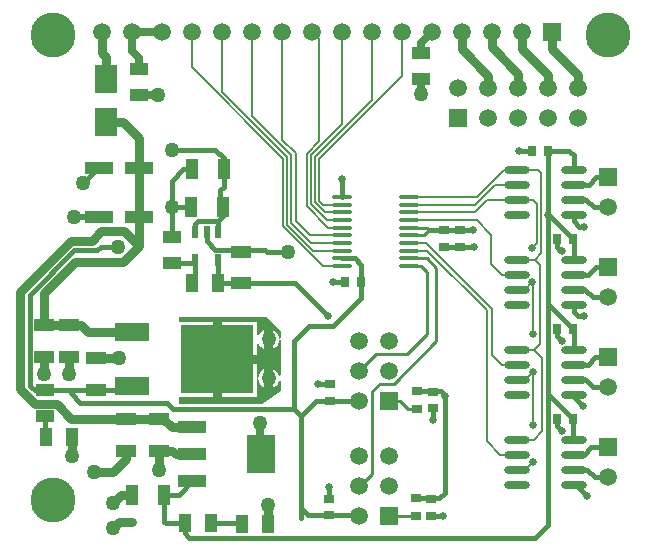
<source format=gtl>
%FSLAX25Y25*%
%MOIN*%
G70*
G01*
G75*
G04 Layer_Physical_Order=1*
G04 Layer_Color=255*
%ADD10O,0.06693X0.01378*%
%ADD11R,0.03543X0.03150*%
%ADD12R,0.07284X0.09252*%
%ADD13R,0.03543X0.02756*%
%ADD14R,0.09449X0.03937*%
%ADD15R,0.05906X0.03937*%
%ADD16O,0.08661X0.02362*%
%ADD17R,0.03150X0.03543*%
%ADD18R,0.09449X0.12992*%
%ADD19R,0.09449X0.03937*%
%ADD20R,0.03937X0.05906*%
%ADD21R,0.06693X0.04331*%
%ADD22R,0.04331X0.06693*%
%ADD23R,0.24410X0.22835*%
%ADD24R,0.11811X0.06299*%
%ADD25R,0.02362X0.04331*%
%ADD26C,0.03000*%
%ADD27C,0.01500*%
%ADD28C,0.00800*%
%ADD29C,0.01000*%
%ADD30C,0.02500*%
%ADD31C,0.02000*%
%ADD32C,0.15000*%
%ADD33C,0.05906*%
%ADD34R,0.05906X0.05906*%
%ADD35R,0.05906X0.05906*%
%ADD36C,0.05000*%
%ADD37C,0.02500*%
G36*
X91000Y71400D02*
Y68854D01*
X90501Y68821D01*
X90410Y69514D01*
X90057Y70365D01*
X89496Y71096D01*
X88765Y71657D01*
X88500Y71767D01*
Y68600D01*
Y65433D01*
X88765Y65543D01*
X89496Y66104D01*
X90057Y66835D01*
X90410Y67686D01*
X90501Y68379D01*
X91000Y68346D01*
Y56612D01*
X90510Y56514D01*
X90510D01*
X90157Y57365D01*
X89596Y58096D01*
X88865Y58657D01*
X88600Y58767D01*
Y55600D01*
Y52433D01*
X88865Y52543D01*
X89596Y53104D01*
X90157Y53835D01*
X90510Y54686D01*
X90510D01*
X91000Y54588D01*
Y51500D01*
X84900Y46900D01*
X57100D01*
Y49500D01*
X68352D01*
Y61917D01*
Y74334D01*
X57100D01*
Y76100D01*
X86300D01*
X91000Y71400D01*
D02*
G37*
%LPC*%
G36*
X83056Y60417D02*
X71352D01*
Y49500D01*
X83056D01*
Y60417D01*
D02*
G37*
G36*
X85600Y58767D02*
X85335Y58657D01*
X84604Y58096D01*
X84043Y57365D01*
X83690Y56514D01*
X83570Y55600D01*
X83690Y54686D01*
X84043Y53835D01*
X84604Y53104D01*
X85335Y52543D01*
X85600Y52433D01*
Y55600D01*
Y58767D01*
D02*
G37*
G36*
X83056Y74334D02*
X71352D01*
Y63417D01*
X83056D01*
Y67917D01*
X83555Y67950D01*
X83590Y67686D01*
X83943Y66835D01*
X84504Y66104D01*
X85235Y65543D01*
X85500Y65433D01*
Y68600D01*
Y71767D01*
X85235Y71657D01*
X84504Y71096D01*
X83943Y70365D01*
X83590Y69514D01*
X83555Y69250D01*
X83056Y69283D01*
Y74334D01*
D02*
G37*
%LPD*%
D10*
X133764Y93041D02*
D03*
Y95600D02*
D03*
Y98159D02*
D03*
Y100718D02*
D03*
Y103277D02*
D03*
Y105836D02*
D03*
Y108395D02*
D03*
Y110954D02*
D03*
Y113513D02*
D03*
Y116072D02*
D03*
X111323Y93041D02*
D03*
Y95600D02*
D03*
Y98159D02*
D03*
Y100718D02*
D03*
Y103277D02*
D03*
Y105836D02*
D03*
Y108395D02*
D03*
Y110954D02*
D03*
Y113513D02*
D03*
Y116072D02*
D03*
D11*
X150943Y99401D02*
D03*
Y104913D02*
D03*
X107295Y15439D02*
D03*
Y9927D02*
D03*
X141200Y9844D02*
D03*
Y15356D02*
D03*
X107395Y53539D02*
D03*
Y48027D02*
D03*
X141795Y45627D02*
D03*
Y51139D02*
D03*
X145543Y99401D02*
D03*
Y104913D02*
D03*
D12*
X32700Y155485D02*
D03*
Y141115D02*
D03*
D13*
X136200Y15553D02*
D03*
Y9647D02*
D03*
X136595Y51336D02*
D03*
Y45430D02*
D03*
D14*
X30507Y109300D02*
D03*
X43893D02*
D03*
X30507Y125800D02*
D03*
X43893D02*
D03*
D15*
X137800Y155369D02*
D03*
Y164031D02*
D03*
X12400Y51531D02*
D03*
Y42869D02*
D03*
X54840Y93894D02*
D03*
Y102555D02*
D03*
X43700Y158831D02*
D03*
Y150169D02*
D03*
D16*
X169801Y95050D02*
D03*
Y90050D02*
D03*
Y85050D02*
D03*
Y80050D02*
D03*
X188699Y95050D02*
D03*
Y90050D02*
D03*
Y85050D02*
D03*
Y80050D02*
D03*
X169801Y125050D02*
D03*
Y120050D02*
D03*
Y115050D02*
D03*
Y110050D02*
D03*
X188699Y125050D02*
D03*
Y120050D02*
D03*
Y115050D02*
D03*
Y110050D02*
D03*
X169801Y35050D02*
D03*
Y30050D02*
D03*
Y25050D02*
D03*
Y20050D02*
D03*
X188699Y35050D02*
D03*
Y30050D02*
D03*
Y25050D02*
D03*
Y20050D02*
D03*
X169801Y65050D02*
D03*
Y60050D02*
D03*
Y55050D02*
D03*
Y50050D02*
D03*
X188699Y65050D02*
D03*
Y60050D02*
D03*
Y55050D02*
D03*
Y50050D02*
D03*
D17*
X182994Y102050D02*
D03*
X188506D02*
D03*
X174744Y131300D02*
D03*
X180256D02*
D03*
X182994Y42050D02*
D03*
X188506D02*
D03*
X182994Y72050D02*
D03*
X188506D02*
D03*
X112387Y87657D02*
D03*
X117899D02*
D03*
D18*
X84317Y30300D02*
D03*
D19*
X61483Y21245D02*
D03*
Y30300D02*
D03*
Y39355D02*
D03*
D20*
X59069Y7300D02*
D03*
X67731D02*
D03*
X78077Y7150D02*
D03*
X86739D02*
D03*
X12777Y36050D02*
D03*
X21439D02*
D03*
X70171Y87224D02*
D03*
X61510D02*
D03*
D21*
X39600Y42115D02*
D03*
Y31485D02*
D03*
X50400Y42115D02*
D03*
Y31485D02*
D03*
X20400Y73415D02*
D03*
Y62785D02*
D03*
X29505Y51602D02*
D03*
Y62232D02*
D03*
X12200Y73415D02*
D03*
Y62785D02*
D03*
X77823Y87215D02*
D03*
Y97845D02*
D03*
D22*
X52215Y16800D02*
D03*
X41585D02*
D03*
X72015Y125200D02*
D03*
X61385D02*
D03*
X71655Y112724D02*
D03*
X61025D02*
D03*
D23*
X69852Y61917D02*
D03*
D24*
X41505Y52862D02*
D03*
Y70972D02*
D03*
D25*
X70080Y104449D02*
D03*
X66340D02*
D03*
X62600D02*
D03*
Y95000D02*
D03*
X70080D02*
D03*
D26*
X39600Y28807D02*
Y31485D01*
X20400Y57000D02*
Y62785D01*
X160300Y152200D02*
Y156300D01*
X151400Y165200D02*
X160300Y156300D01*
X151400Y165200D02*
Y171000D01*
X170300Y152200D02*
Y157000D01*
X161400Y165900D02*
X170300Y157000D01*
X161400Y165900D02*
Y171000D01*
X190300Y152200D02*
Y156600D01*
X181400Y165500D02*
X190300Y156600D01*
X181400Y165500D02*
Y171000D01*
X180300Y152200D02*
Y156600D01*
X171400Y165500D02*
X180300Y156600D01*
X171400Y165500D02*
Y171000D01*
X12200Y84070D02*
X22630Y94500D01*
X12200Y73415D02*
Y84070D01*
X22630Y94500D02*
X38600D01*
X4100Y84500D02*
X21100Y101500D01*
X16362Y46938D02*
X21185Y42115D01*
X9102Y46938D02*
X16362D01*
X4100Y51940D02*
X9102Y46938D01*
X21185Y42115D02*
X39522D01*
X4100Y51940D02*
Y84500D01*
X86695Y7194D02*
Y13483D01*
X31400Y164100D02*
Y171000D01*
Y164100D02*
X32700Y162800D01*
Y155485D02*
Y162800D01*
Y141115D02*
X38585D01*
X43893Y135807D01*
Y125800D02*
Y135807D01*
Y109300D02*
Y125800D01*
X12200Y73415D02*
X24315D01*
X26757Y70972D02*
X41505D01*
X24315Y73415D02*
X26005Y71724D01*
X26757Y70972D01*
X38600Y94500D02*
X43893Y99793D01*
Y109300D01*
X12200Y57100D02*
Y62785D01*
X29673Y62400D02*
X37200D01*
X29505Y62232D02*
X29673Y62400D01*
X21500Y29700D02*
Y35989D01*
X50400Y24900D02*
Y31485D01*
X56100Y30300D02*
X61483D01*
X54915Y31485D02*
X56100Y30300D01*
X50400Y31485D02*
X54915D01*
X28900Y24500D02*
X35293D01*
X39600Y28807D01*
X35300Y5800D02*
X37300Y7800D01*
X41585D01*
X37900Y16800D02*
X41585D01*
X35200Y14100D02*
X37900Y16800D01*
X39522Y42115D02*
X50400D01*
X51885D01*
X54645Y39355D01*
X61483D01*
X38886Y104800D02*
X43893Y99793D01*
X31300Y104800D02*
X38886D01*
X28000Y101500D02*
X31300Y104800D01*
X21100Y101500D02*
X28000D01*
D27*
X58623Y125200D02*
X61385D01*
X117899Y82299D02*
Y87657D01*
X108500Y72900D02*
X117899Y82299D01*
X175900Y2500D02*
X180069Y6669D01*
X60600Y2500D02*
X175900D01*
X170600Y131300D02*
X174744D01*
X95685Y87215D02*
X106700Y76200D01*
X100400Y72900D02*
X108500D01*
X180250Y110306D02*
X188506Y102050D01*
X180069Y110487D02*
X180250Y110306D01*
X180069Y80487D02*
Y110487D01*
X180250Y110306D02*
Y131306D01*
Y110150D02*
Y110306D01*
X180106Y131450D02*
X180250Y131306D01*
X111343Y116093D02*
Y121957D01*
X150943Y99401D02*
X155399D01*
X145543D02*
X150943D01*
X155399D02*
X155443Y99357D01*
X140587Y104913D02*
X145543D01*
X150943D01*
X155199D02*
X155243Y104957D01*
X150943Y104913D02*
X155199D01*
X188699Y125050D02*
Y129901D01*
X187150Y131450D02*
X188699Y129901D01*
X180106Y131450D02*
X187150D01*
X112387Y87657D02*
X112387Y87657D01*
X108343Y87657D02*
X112387D01*
X95600Y68100D02*
X100400Y72900D01*
X95600Y45400D02*
Y68100D01*
Y45400D02*
X97873Y43127D01*
X102646Y47900D02*
X107268D01*
X97873Y43127D02*
X102646Y47900D01*
X117899Y87657D02*
Y93501D01*
X115800Y95600D02*
X117899Y93501D01*
X111323Y95600D02*
X115800D01*
X59069Y4031D02*
X60600Y2500D01*
X136200Y15553D02*
X143853D01*
X145800Y17500D01*
Y49800D01*
X7503Y83403D02*
X22300Y98200D01*
X21005Y51531D02*
X29434D01*
X12400D02*
X21005D01*
Y51602D01*
Y50595D02*
Y51531D01*
Y50595D02*
X24100Y47500D01*
X53000D01*
X55100Y45400D01*
X77928Y7300D02*
X78077Y7150D01*
X67731Y7300D02*
X77928D01*
X52715D02*
X59069D01*
X52215Y7800D02*
X52715Y7300D01*
X52215Y7800D02*
Y16800D01*
X57038D01*
X61483Y21245D01*
X61510Y87224D02*
X62600Y88315D01*
Y95000D01*
X54840Y93894D02*
X61494D01*
X62600Y95000D01*
X70080Y87315D02*
X70171Y87224D01*
X70080Y87315D02*
Y95000D01*
X62600Y104449D02*
Y106984D01*
X63580Y107965D01*
X70080D01*
X70840Y113539D02*
Y118224D01*
X72033Y119417D01*
Y125224D01*
X70080Y104449D02*
Y107965D01*
X71655Y109539D01*
Y112724D01*
X188699Y120050D02*
X193650D01*
X196150Y122550D01*
X200250D01*
X195450Y112550D02*
X200250D01*
X192950Y115050D02*
X195450Y112550D01*
X188699Y115050D02*
X192950D01*
X188699Y90050D02*
X193550D01*
X196050Y92550D01*
X200250D01*
X188699Y85050D02*
X192550D01*
X195050Y82550D01*
X200250D01*
X188699Y60050D02*
X193450D01*
X195950Y62550D01*
X200250D01*
X188699Y55050D02*
X192750D01*
X195250Y52550D01*
X200250D01*
X188699Y30050D02*
X192050D01*
X194550Y32550D01*
X200250D01*
X188699Y25050D02*
X193250D01*
X195750Y22550D01*
X200250D01*
X54900Y131800D02*
X69300D01*
X72033Y129067D01*
Y125224D02*
Y129067D01*
X40174Y51531D02*
X41505Y52862D01*
X12400Y36428D02*
Y42869D01*
Y36428D02*
X12777Y36050D01*
X29434Y51531D02*
X29505Y51602D01*
X30300Y125800D02*
X30507D01*
X25200Y120700D02*
X30300Y125800D01*
X31000Y99300D02*
X36700D01*
X29900Y98200D02*
X31000Y99300D01*
X22300Y98200D02*
X29900D01*
X9069Y51531D02*
X12400D01*
X7503Y53096D02*
X9069Y51531D01*
X7503Y53096D02*
Y83403D01*
X29434Y51531D02*
X40174D01*
X55100Y45400D02*
X95600D01*
X141395Y9827D02*
X145251D01*
X141795Y41805D02*
Y45627D01*
X188506Y35243D02*
Y42050D01*
Y35243D02*
X188699Y35050D01*
X180069Y6669D02*
Y50487D01*
X188506Y42050D01*
X182994Y39706D02*
Y42050D01*
Y39706D02*
X184650Y38050D01*
X189450Y20050D02*
X193050Y16450D01*
X188699Y20050D02*
X189450D01*
X188699Y49401D02*
Y50050D01*
Y49401D02*
X191850Y46250D01*
X188699Y65050D02*
Y71857D01*
X188506Y72050D02*
X188699Y71857D01*
X180069Y50487D02*
Y80487D01*
X182994Y69706D02*
X184650Y68050D01*
X182994Y69706D02*
Y72050D01*
X180069Y80487D02*
X188506Y72050D01*
X190150Y76250D02*
X192250D01*
X188699Y77701D02*
X190150Y76250D01*
X188699Y77701D02*
Y80050D01*
Y95050D02*
Y101857D01*
X188506Y102050D02*
X188699Y101857D01*
X184250Y98150D02*
X184650D01*
X182994Y99406D02*
X184250Y98150D01*
X182994Y99406D02*
Y102050D01*
X190550Y106050D02*
X192050D01*
X188699Y107901D02*
X190550Y106050D01*
X188699Y107901D02*
Y110050D01*
X59069Y4031D02*
Y7300D01*
X136595Y51336D02*
X141598D01*
X141795Y51139D01*
X107268Y47900D02*
X107395Y48027D01*
X116873D01*
X117000Y47900D01*
X107295Y15439D02*
Y19295D01*
X103539Y53539D02*
X107395D01*
X107295Y9927D02*
X116773D01*
X100146D02*
X107295D01*
X97873Y12200D02*
X100146Y9927D01*
X97873Y9027D02*
Y12200D01*
Y43127D01*
X144400Y51200D02*
X145800Y49800D01*
X141856Y51200D02*
X144400D01*
X141795Y51139D02*
X141856Y51200D01*
X86523Y87215D02*
X95685D01*
X54800Y102595D02*
Y112700D01*
X61001D01*
X61025Y112724D01*
X54800Y121377D02*
X58623Y125200D01*
X54800Y112700D02*
Y121377D01*
X66340Y101360D02*
Y104449D01*
Y101360D02*
X69185Y98515D01*
X85852D02*
X86523Y97845D01*
X86568Y97800D02*
X93500D01*
X69185Y98515D02*
X85852D01*
X77823Y87215D02*
X86523D01*
X70171Y87224D02*
X77823D01*
D28*
X156459Y116072D02*
X156466Y116066D01*
X133764Y116072D02*
X156459D01*
X155880Y113513D02*
X155887Y113507D01*
X133764Y113513D02*
X155880D01*
X133764Y110954D02*
X133771Y110948D01*
X155848D01*
X156411Y108389D02*
X161300Y103500D01*
Y93700D02*
Y103500D01*
Y93700D02*
X164950Y90050D01*
X139383Y100718D02*
X161450Y78651D01*
Y63450D02*
Y78651D01*
X139962Y98159D02*
X159650Y78471D01*
Y34550D02*
Y78471D01*
Y34550D02*
X164150Y30050D01*
X174744Y131300D02*
X174744Y131300D01*
X133764Y98159D02*
X139962D01*
X134071Y108389D02*
X156411D01*
X155848Y110948D02*
X159950Y115050D01*
X155887Y113507D02*
X162430Y120050D01*
X156466Y116066D02*
X165450Y125050D01*
X159950Y115050D02*
X169801D01*
X162430Y120050D02*
X169801D01*
X165450Y125050D02*
X169801D01*
X105019Y93041D02*
X111323D01*
X91800Y106260D02*
X105019Y93041D01*
X101881Y98159D02*
X111323D01*
X93200Y106840D02*
X101881Y98159D01*
X101302Y100718D02*
X111323D01*
X94600Y107420D02*
X101302Y100718D01*
X91800Y106260D02*
Y128800D01*
X93200Y106840D02*
Y129380D01*
X94600Y107420D02*
Y129960D01*
X100723Y103277D02*
X111323D01*
X96000Y108000D02*
X100723Y103277D01*
X96000Y108000D02*
Y130540D01*
X61400Y159200D02*
X91800Y128800D01*
X71400Y151180D02*
X93200Y129380D01*
X81400Y143160D02*
X94600Y129960D01*
X91500Y135040D02*
X96000Y130540D01*
X91500Y135040D02*
Y170900D01*
X81400Y143160D02*
Y171000D01*
X71400Y151180D02*
Y171000D01*
X61400Y159200D02*
Y171000D01*
X111400Y140220D02*
Y171000D01*
X101100Y129920D02*
X111400Y140220D01*
X131400Y156260D02*
Y171000D01*
X121400Y148240D02*
Y171000D01*
X102500Y129340D02*
X121400Y148240D01*
X103900Y128760D02*
X131400Y156260D01*
X103900Y114800D02*
Y128760D01*
X102500Y114220D02*
Y129340D01*
X101100Y113640D02*
Y129920D01*
X103800Y134600D02*
Y168600D01*
X99700Y130500D02*
X103800Y134600D01*
X99700Y113060D02*
Y130500D01*
X91400Y171000D02*
X91500Y170900D01*
X101400Y171000D02*
X103800Y168600D01*
X106924Y105836D02*
X111323D01*
X106345Y108395D02*
X111323D01*
X105766Y110954D02*
X111323D01*
X102500Y114220D02*
X105766Y110954D01*
X101100Y113640D02*
X106345Y108395D01*
X99700Y113060D02*
X106924Y105836D01*
X105187Y113513D02*
X111323D01*
X103900Y114800D02*
X105187Y113513D01*
X133764Y100718D02*
X139383D01*
X176500Y100600D02*
Y113600D01*
X175050Y115050D02*
X176500Y113600D01*
X169801Y115050D02*
X175050D01*
X174950Y99050D02*
X176500Y100600D01*
X176850Y125050D02*
X177900Y124000D01*
Y97200D02*
Y124000D01*
X86695Y7194D02*
X86739Y7150D01*
X137800Y155369D02*
X137800Y155369D01*
X49931Y150169D02*
X50000Y150100D01*
X169801Y125050D02*
X176850D01*
X169801Y95050D02*
X175750D01*
X169801Y65050D02*
X175550D01*
X178250Y62350D01*
X169801Y35050D02*
X175350D01*
X172350Y85050D02*
X174950Y87650D01*
X169801Y85050D02*
X172350D01*
X174950Y87650D02*
X175132Y87468D01*
Y70468D02*
Y87468D01*
X169801Y55050D02*
X172550D01*
X175050Y57550D01*
X175132Y57468D01*
Y39932D02*
Y57468D01*
X164950Y90050D02*
X169801D01*
X161450Y63450D02*
X164850Y60050D01*
X169801D01*
X164150Y30050D02*
X169801D01*
X175350Y35050D02*
X178250Y37950D01*
Y62350D01*
X175750Y95050D02*
X177900Y97200D01*
X175550Y65050D02*
X177382Y66882D01*
X175750Y95050D02*
X177382Y93418D01*
X172550Y25050D02*
X175150Y27650D01*
X169801Y25050D02*
X172550D01*
X177382Y66882D02*
Y93418D01*
D29*
X139700Y95600D02*
X142900Y92400D01*
Y68068D02*
Y92400D01*
X133764Y95600D02*
X139700D01*
Y70400D02*
Y91000D01*
X137659Y93041D02*
X139700Y91000D01*
X133764Y93041D02*
X137659D01*
X128679Y53847D02*
X142900Y68068D01*
X133147Y63847D02*
X139700Y70400D01*
X122947Y63847D02*
X133147D01*
X139664Y105836D02*
X140587Y104913D01*
X133764Y105836D02*
X139664D01*
X133764Y103277D02*
X138952D01*
X140587Y104913D01*
X70840Y113539D02*
X71655Y112724D01*
X117000Y57900D02*
X122947Y63847D01*
X127000Y47900D02*
X130900D01*
X133370Y45430D01*
X136595D01*
X127000Y9700D02*
X136100D01*
X121600Y23700D02*
Y51300D01*
X117600Y19700D02*
X121600Y23700D01*
X117000Y19700D02*
X117600D01*
X121600Y51300D02*
X124147Y53847D01*
X128679D01*
D30*
X84195Y30423D02*
Y40583D01*
X41400Y164800D02*
Y171000D01*
Y164800D02*
X43700Y162500D01*
Y158831D02*
Y162500D01*
X41400Y171000D02*
X51400D01*
X137800Y150200D02*
Y155369D01*
X137800Y164031D02*
Y167400D01*
X141400Y171000D01*
X43700Y150169D02*
X49931D01*
D31*
X22000Y109300D02*
X30507D01*
D32*
X15000Y170000D02*
D03*
Y15000D02*
D03*
X200000Y170000D02*
D03*
D33*
X190300Y152200D02*
D03*
Y142200D02*
D03*
X180300Y152200D02*
D03*
Y142200D02*
D03*
X170300Y152200D02*
D03*
Y142200D02*
D03*
X160300Y152200D02*
D03*
Y142200D02*
D03*
X150300Y152200D02*
D03*
X117000Y9700D02*
D03*
X127000Y19700D02*
D03*
X117000D02*
D03*
X127000Y29700D02*
D03*
X117000D02*
D03*
X171400Y171000D02*
D03*
X161400D02*
D03*
X151400D02*
D03*
X141400D02*
D03*
X131400D02*
D03*
X121400D02*
D03*
X111400D02*
D03*
X101400D02*
D03*
X91400D02*
D03*
X81400D02*
D03*
X71400D02*
D03*
X61400D02*
D03*
X51400D02*
D03*
X41400D02*
D03*
X31400D02*
D03*
X117000Y47900D02*
D03*
X127000Y57900D02*
D03*
X117000D02*
D03*
X127000Y67900D02*
D03*
X117000D02*
D03*
X200250Y112550D02*
D03*
Y82550D02*
D03*
Y52550D02*
D03*
Y22550D02*
D03*
D34*
X150300Y142200D02*
D03*
X181400Y171000D02*
D03*
D35*
X127000Y9700D02*
D03*
Y47900D02*
D03*
X200250Y122550D02*
D03*
Y92550D02*
D03*
Y62550D02*
D03*
Y32550D02*
D03*
D36*
X20400Y57000D02*
D03*
X93500Y97800D02*
D03*
X84195Y40583D02*
D03*
X50400Y24900D02*
D03*
X86695Y13483D02*
D03*
X37200Y62400D02*
D03*
X87000Y68600D02*
D03*
X50000Y150100D02*
D03*
X137800Y150200D02*
D03*
X54900Y131800D02*
D03*
X87100Y55600D02*
D03*
X36700Y99300D02*
D03*
X12200Y57100D02*
D03*
X21500Y29700D02*
D03*
X28900Y24500D02*
D03*
X35200Y14100D02*
D03*
X35300Y5800D02*
D03*
X25200Y120700D02*
D03*
X22000Y109300D02*
D03*
X54800Y112700D02*
D03*
D37*
X170600Y131300D02*
D03*
X111343Y121957D02*
D03*
X155443Y99357D02*
D03*
X155243Y104957D02*
D03*
X180250Y110150D02*
D03*
X108343Y87657D02*
D03*
X174950Y99050D02*
D03*
Y87650D02*
D03*
X175132Y70468D02*
D03*
X175050Y57550D02*
D03*
X145251Y9827D02*
D03*
X141795Y41805D02*
D03*
X175132Y39932D02*
D03*
X175150Y27650D02*
D03*
X193050Y16450D02*
D03*
X184650Y38050D02*
D03*
X191850Y46250D02*
D03*
X184650Y68050D02*
D03*
X192250Y76250D02*
D03*
X184650Y98150D02*
D03*
X192050Y106050D02*
D03*
X107295Y19295D02*
D03*
X103539Y53539D02*
D03*
X145800Y49800D02*
D03*
X106700Y76200D02*
D03*
M02*

</source>
